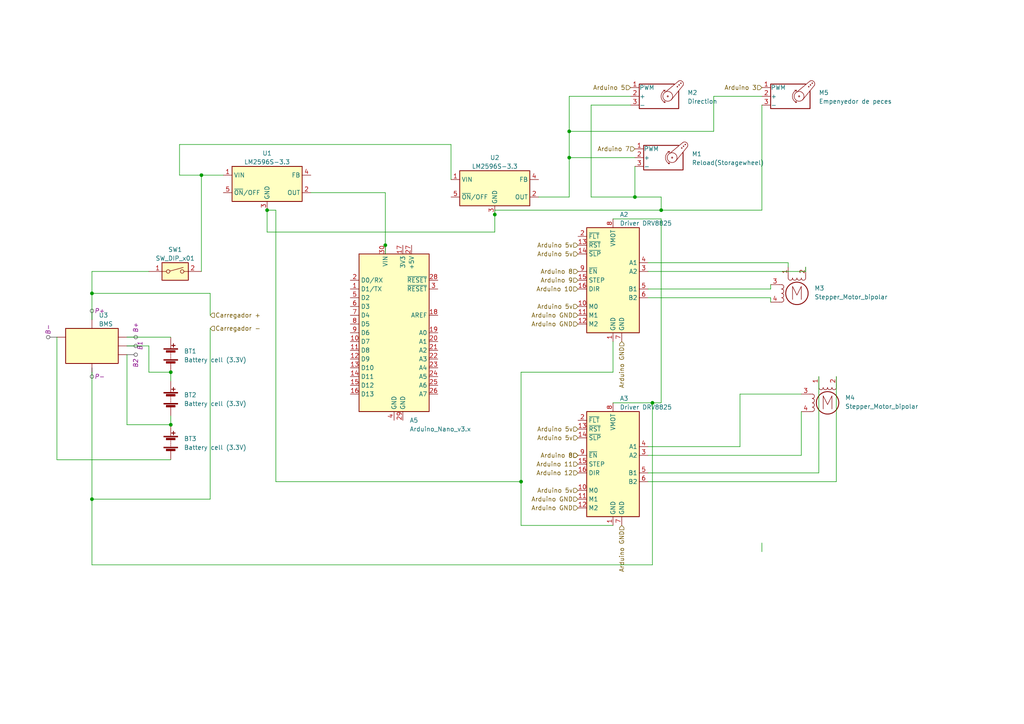
<source format=kicad_sch>
(kicad_sch (version 20230121) (generator eeschema)

  (uuid 16c54a26-176d-4b93-9a85-120843d7e685)

  (paper "A4")

  (lib_symbols
    (symbol "Device:Battery" (pin_numbers hide) (pin_names (offset 0) hide) (in_bom yes) (on_board yes)
      (property "Reference" "BT" (at 2.54 2.54 0)
        (effects (font (size 1.27 1.27)) (justify left))
      )
      (property "Value" "Battery" (at 2.54 0 0)
        (effects (font (size 1.27 1.27)) (justify left))
      )
      (property "Footprint" "" (at 0 1.524 90)
        (effects (font (size 1.27 1.27)) hide)
      )
      (property "Datasheet" "~" (at 0 1.524 90)
        (effects (font (size 1.27 1.27)) hide)
      )
      (property "ki_keywords" "batt voltage-source cell" (at 0 0 0)
        (effects (font (size 1.27 1.27)) hide)
      )
      (property "ki_description" "Multiple-cell battery" (at 0 0 0)
        (effects (font (size 1.27 1.27)) hide)
      )
      (symbol "Battery_0_1"
        (rectangle (start -2.032 -1.397) (end 2.032 -1.651)
          (stroke (width 0) (type default))
          (fill (type outline))
        )
        (rectangle (start -2.032 1.778) (end 2.032 1.524)
          (stroke (width 0) (type default))
          (fill (type outline))
        )
        (rectangle (start -1.3208 -1.9812) (end 1.27 -2.4892)
          (stroke (width 0) (type default))
          (fill (type outline))
        )
        (rectangle (start -1.3208 1.1938) (end 1.27 0.6858)
          (stroke (width 0) (type default))
          (fill (type outline))
        )
        (polyline
          (pts
            (xy 0 -1.524)
            (xy 0 -1.27)
          )
          (stroke (width 0) (type default))
          (fill (type none))
        )
        (polyline
          (pts
            (xy 0 -1.016)
            (xy 0 -0.762)
          )
          (stroke (width 0) (type default))
          (fill (type none))
        )
        (polyline
          (pts
            (xy 0 -0.508)
            (xy 0 -0.254)
          )
          (stroke (width 0) (type default))
          (fill (type none))
        )
        (polyline
          (pts
            (xy 0 0)
            (xy 0 0.254)
          )
          (stroke (width 0) (type default))
          (fill (type none))
        )
        (polyline
          (pts
            (xy 0 0.508)
            (xy 0 0.762)
          )
          (stroke (width 0) (type default))
          (fill (type none))
        )
        (polyline
          (pts
            (xy 0 1.778)
            (xy 0 2.54)
          )
          (stroke (width 0) (type default))
          (fill (type none))
        )
        (polyline
          (pts
            (xy 0.254 2.667)
            (xy 1.27 2.667)
          )
          (stroke (width 0.254) (type default))
          (fill (type none))
        )
        (polyline
          (pts
            (xy 0.762 3.175)
            (xy 0.762 2.159)
          )
          (stroke (width 0.254) (type default))
          (fill (type none))
        )
      )
      (symbol "Battery_1_1"
        (pin passive line (at 0 5.08 270) (length 2.54)
          (name "+" (effects (font (size 1.27 1.27))))
          (number "1" (effects (font (size 1.27 1.27))))
        )
        (pin passive line (at 0 -5.08 90) (length 2.54)
          (name "-" (effects (font (size 1.27 1.27))))
          (number "2" (effects (font (size 1.27 1.27))))
        )
      )
    )
    (symbol "Driver_Motor:Pololu_Breakout_DRV8825" (in_bom yes) (on_board yes)
      (property "Reference" "A" (at -2.54 16.51 0)
        (effects (font (size 1.27 1.27)) (justify right))
      )
      (property "Value" "Pololu_Breakout_DRV8825" (at -2.54 13.97 0)
        (effects (font (size 1.27 1.27)) (justify right))
      )
      (property "Footprint" "Module:Pololu_Breakout-16_15.2x20.3mm" (at 5.08 -20.32 0)
        (effects (font (size 1.27 1.27)) (justify left) hide)
      )
      (property "Datasheet" "https://www.pololu.com/product/2982" (at 2.54 -7.62 0)
        (effects (font (size 1.27 1.27)) hide)
      )
      (property "ki_keywords" "Pololu Breakout Board Stepper Driver DRV8825" (at 0 0 0)
        (effects (font (size 1.27 1.27)) hide)
      )
      (property "ki_description" "Pololu Breakout Board, Stepper Driver DRV8825" (at 0 0 0)
        (effects (font (size 1.27 1.27)) hide)
      )
      (property "ki_fp_filters" "Pololu*Breakout*15.2x20.3mm*" (at 0 0 0)
        (effects (font (size 1.27 1.27)) hide)
      )
      (symbol "Pololu_Breakout_DRV8825_0_1"
        (rectangle (start 7.62 -17.78) (end -7.62 12.7)
          (stroke (width 0.254) (type default))
          (fill (type background))
        )
      )
      (symbol "Pololu_Breakout_DRV8825_1_1"
        (pin power_in line (at 0 -20.32 90) (length 2.54)
          (name "GND" (effects (font (size 1.27 1.27))))
          (number "1" (effects (font (size 1.27 1.27))))
        )
        (pin input line (at -10.16 -10.16 0) (length 2.54)
          (name "M0" (effects (font (size 1.27 1.27))))
          (number "10" (effects (font (size 1.27 1.27))))
        )
        (pin input line (at -10.16 -12.7 0) (length 2.54)
          (name "M1" (effects (font (size 1.27 1.27))))
          (number "11" (effects (font (size 1.27 1.27))))
        )
        (pin input line (at -10.16 -15.24 0) (length 2.54)
          (name "M2" (effects (font (size 1.27 1.27))))
          (number "12" (effects (font (size 1.27 1.27))))
        )
        (pin input line (at -10.16 7.62 0) (length 2.54)
          (name "~{RST}" (effects (font (size 1.27 1.27))))
          (number "13" (effects (font (size 1.27 1.27))))
        )
        (pin input line (at -10.16 5.08 0) (length 2.54)
          (name "~{SLP}" (effects (font (size 1.27 1.27))))
          (number "14" (effects (font (size 1.27 1.27))))
        )
        (pin input line (at -10.16 -2.54 0) (length 2.54)
          (name "STEP" (effects (font (size 1.27 1.27))))
          (number "15" (effects (font (size 1.27 1.27))))
        )
        (pin input line (at -10.16 -5.08 0) (length 2.54)
          (name "DIR" (effects (font (size 1.27 1.27))))
          (number "16" (effects (font (size 1.27 1.27))))
        )
        (pin output line (at -10.16 10.16 0) (length 2.54)
          (name "~{FLT}" (effects (font (size 1.27 1.27))))
          (number "2" (effects (font (size 1.27 1.27))))
        )
        (pin output line (at 10.16 0 180) (length 2.54)
          (name "A2" (effects (font (size 1.27 1.27))))
          (number "3" (effects (font (size 1.27 1.27))))
        )
        (pin output line (at 10.16 2.54 180) (length 2.54)
          (name "A1" (effects (font (size 1.27 1.27))))
          (number "4" (effects (font (size 1.27 1.27))))
        )
        (pin output line (at 10.16 -5.08 180) (length 2.54)
          (name "B1" (effects (font (size 1.27 1.27))))
          (number "5" (effects (font (size 1.27 1.27))))
        )
        (pin output line (at 10.16 -7.62 180) (length 2.54)
          (name "B2" (effects (font (size 1.27 1.27))))
          (number "6" (effects (font (size 1.27 1.27))))
        )
        (pin power_in line (at 2.54 -20.32 90) (length 2.54)
          (name "GND" (effects (font (size 1.27 1.27))))
          (number "7" (effects (font (size 1.27 1.27))))
        )
        (pin power_in line (at 0 15.24 270) (length 2.54)
          (name "VMOT" (effects (font (size 1.27 1.27))))
          (number "8" (effects (font (size 1.27 1.27))))
        )
        (pin input line (at -10.16 0 0) (length 2.54)
          (name "~{EN}" (effects (font (size 1.27 1.27))))
          (number "9" (effects (font (size 1.27 1.27))))
        )
      )
    )
    (symbol "MCU_Module:Arduino_Nano_v3.x" (in_bom yes) (on_board yes)
      (property "Reference" "A" (at -10.16 23.495 0)
        (effects (font (size 1.27 1.27)) (justify left bottom))
      )
      (property "Value" "Arduino_Nano_v3.x" (at 5.08 -24.13 0)
        (effects (font (size 1.27 1.27)) (justify left top))
      )
      (property "Footprint" "Module:Arduino_Nano" (at 0 0 0)
        (effects (font (size 1.27 1.27) italic) hide)
      )
      (property "Datasheet" "http://www.mouser.com/pdfdocs/Gravitech_Arduino_Nano3_0.pdf" (at 0 0 0)
        (effects (font (size 1.27 1.27)) hide)
      )
      (property "ki_keywords" "Arduino nano microcontroller module USB" (at 0 0 0)
        (effects (font (size 1.27 1.27)) hide)
      )
      (property "ki_description" "Arduino Nano v3.x" (at 0 0 0)
        (effects (font (size 1.27 1.27)) hide)
      )
      (property "ki_fp_filters" "Arduino*Nano*" (at 0 0 0)
        (effects (font (size 1.27 1.27)) hide)
      )
      (symbol "Arduino_Nano_v3.x_0_1"
        (rectangle (start -10.16 22.86) (end 10.16 -22.86)
          (stroke (width 0.254) (type default))
          (fill (type background))
        )
      )
      (symbol "Arduino_Nano_v3.x_1_1"
        (pin bidirectional line (at -12.7 12.7 0) (length 2.54)
          (name "D1/TX" (effects (font (size 1.27 1.27))))
          (number "1" (effects (font (size 1.27 1.27))))
        )
        (pin bidirectional line (at -12.7 -2.54 0) (length 2.54)
          (name "D7" (effects (font (size 1.27 1.27))))
          (number "10" (effects (font (size 1.27 1.27))))
        )
        (pin bidirectional line (at -12.7 -5.08 0) (length 2.54)
          (name "D8" (effects (font (size 1.27 1.27))))
          (number "11" (effects (font (size 1.27 1.27))))
        )
        (pin bidirectional line (at -12.7 -7.62 0) (length 2.54)
          (name "D9" (effects (font (size 1.27 1.27))))
          (number "12" (effects (font (size 1.27 1.27))))
        )
        (pin bidirectional line (at -12.7 -10.16 0) (length 2.54)
          (name "D10" (effects (font (size 1.27 1.27))))
          (number "13" (effects (font (size 1.27 1.27))))
        )
        (pin bidirectional line (at -12.7 -12.7 0) (length 2.54)
          (name "D11" (effects (font (size 1.27 1.27))))
          (number "14" (effects (font (size 1.27 1.27))))
        )
        (pin bidirectional line (at -12.7 -15.24 0) (length 2.54)
          (name "D12" (effects (font (size 1.27 1.27))))
          (number "15" (effects (font (size 1.27 1.27))))
        )
        (pin bidirectional line (at -12.7 -17.78 0) (length 2.54)
          (name "D13" (effects (font (size 1.27 1.27))))
          (number "16" (effects (font (size 1.27 1.27))))
        )
        (pin power_out line (at 2.54 25.4 270) (length 2.54)
          (name "3V3" (effects (font (size 1.27 1.27))))
          (number "17" (effects (font (size 1.27 1.27))))
        )
        (pin input line (at 12.7 5.08 180) (length 2.54)
          (name "AREF" (effects (font (size 1.27 1.27))))
          (number "18" (effects (font (size 1.27 1.27))))
        )
        (pin bidirectional line (at 12.7 0 180) (length 2.54)
          (name "A0" (effects (font (size 1.27 1.27))))
          (number "19" (effects (font (size 1.27 1.27))))
        )
        (pin bidirectional line (at -12.7 15.24 0) (length 2.54)
          (name "D0/RX" (effects (font (size 1.27 1.27))))
          (number "2" (effects (font (size 1.27 1.27))))
        )
        (pin bidirectional line (at 12.7 -2.54 180) (length 2.54)
          (name "A1" (effects (font (size 1.27 1.27))))
          (number "20" (effects (font (size 1.27 1.27))))
        )
        (pin bidirectional line (at 12.7 -5.08 180) (length 2.54)
          (name "A2" (effects (font (size 1.27 1.27))))
          (number "21" (effects (font (size 1.27 1.27))))
        )
        (pin bidirectional line (at 12.7 -7.62 180) (length 2.54)
          (name "A3" (effects (font (size 1.27 1.27))))
          (number "22" (effects (font (size 1.27 1.27))))
        )
        (pin bidirectional line (at 12.7 -10.16 180) (length 2.54)
          (name "A4" (effects (font (size 1.27 1.27))))
          (number "23" (effects (font (size 1.27 1.27))))
        )
        (pin bidirectional line (at 12.7 -12.7 180) (length 2.54)
          (name "A5" (effects (font (size 1.27 1.27))))
          (number "24" (effects (font (size 1.27 1.27))))
        )
        (pin bidirectional line (at 12.7 -15.24 180) (length 2.54)
          (name "A6" (effects (font (size 1.27 1.27))))
          (number "25" (effects (font (size 1.27 1.27))))
        )
        (pin bidirectional line (at 12.7 -17.78 180) (length 2.54)
          (name "A7" (effects (font (size 1.27 1.27))))
          (number "26" (effects (font (size 1.27 1.27))))
        )
        (pin power_out line (at 5.08 25.4 270) (length 2.54)
          (name "+5V" (effects (font (size 1.27 1.27))))
          (number "27" (effects (font (size 1.27 1.27))))
        )
        (pin input line (at 12.7 15.24 180) (length 2.54)
          (name "~{RESET}" (effects (font (size 1.27 1.27))))
          (number "28" (effects (font (size 1.27 1.27))))
        )
        (pin power_in line (at 2.54 -25.4 90) (length 2.54)
          (name "GND" (effects (font (size 1.27 1.27))))
          (number "29" (effects (font (size 1.27 1.27))))
        )
        (pin input line (at 12.7 12.7 180) (length 2.54)
          (name "~{RESET}" (effects (font (size 1.27 1.27))))
          (number "3" (effects (font (size 1.27 1.27))))
        )
        (pin power_in line (at -2.54 25.4 270) (length 2.54)
          (name "VIN" (effects (font (size 1.27 1.27))))
          (number "30" (effects (font (size 1.27 1.27))))
        )
        (pin power_in line (at 0 -25.4 90) (length 2.54)
          (name "GND" (effects (font (size 1.27 1.27))))
          (number "4" (effects (font (size 1.27 1.27))))
        )
        (pin bidirectional line (at -12.7 10.16 0) (length 2.54)
          (name "D2" (effects (font (size 1.27 1.27))))
          (number "5" (effects (font (size 1.27 1.27))))
        )
        (pin bidirectional line (at -12.7 7.62 0) (length 2.54)
          (name "D3" (effects (font (size 1.27 1.27))))
          (number "6" (effects (font (size 1.27 1.27))))
        )
        (pin bidirectional line (at -12.7 5.08 0) (length 2.54)
          (name "D4" (effects (font (size 1.27 1.27))))
          (number "7" (effects (font (size 1.27 1.27))))
        )
        (pin bidirectional line (at -12.7 2.54 0) (length 2.54)
          (name "D5" (effects (font (size 1.27 1.27))))
          (number "8" (effects (font (size 1.27 1.27))))
        )
        (pin bidirectional line (at -12.7 0 0) (length 2.54)
          (name "D6" (effects (font (size 1.27 1.27))))
          (number "9" (effects (font (size 1.27 1.27))))
        )
      )
    )
    (symbol "Memory_EEPROM:93LCxxBxxOT" (pin_numbers hide) (pin_names hide) (in_bom yes) (on_board yes)
      (property "Reference" "U" (at -6.35 6.35 0)
        (effects (font (size 1.27 1.27)))
      )
      (property "Value" "93LCxxBxxOT" (at 7.62 -6.35 0)
        (effects (font (size 1.27 1.27)))
      )
      (property "Footprint" "Package_TO_SOT_SMD:SOT-23-6" (at 0 0 0)
        (effects (font (size 1.27 1.27)) hide)
      )
      (property "Datasheet" "http://ww1.microchip.com/downloads/en/DeviceDoc/20001749K.pdf" (at 0 0 0)
        (effects (font (size 1.27 1.27)) hide)
      )
      (property "ki_keywords" "1K Microwire Serial EEPROM" (at 0 0 0)
        (effects (font (size 1.27 1.27)) hide)
      )
      (property "ki_description" "Serial EEPROM, 93 Series, 2.5V, SOT-23-6" (at 0 0 0)
        (effects (font (size 1.27 1.27)) hide)
      )
      (property "ki_fp_filters" "SOT?23*" (at 0 0 0)
        (effects (font (size 1.27 1.27)) hide)
      )
      (symbol "93LCxxBxxOT_0_1"
        (rectangle (start -7.62 5.08) (end 7.62 -5.08)
          (stroke (width 0.254) (type default))
          (fill (type background))
        )
      )
      (symbol "93LCxxBxxOT_1_1"
        (pin tri_state line (at 10.16 -2.54 180) (length 2.54)
          (name "DO" (effects (font (size 1.27 1.27))))
          (number "1" (effects (font (size 1.27 1.27))))
        )
        (pin power_in line (at 0 -7.62 90) (length 2.54)
          (name "GND" (effects (font (size 1.27 1.27))))
          (number "2" (effects (font (size 1.27 1.27))))
        )
        (pin input line (at 10.16 0 180) (length 2.54)
          (name "DI" (effects (font (size 1.27 1.27))))
          (number "3" (effects (font (size 1.27 1.27))))
        )
        (pin input line (at 10.16 2.54 180) (length 2.54)
          (name "CLK" (effects (font (size 1.27 1.27))))
          (number "4" (effects (font (size 1.27 1.27))))
        )
        (pin input line (at -10.16 2.54 0) (length 2.54)
          (name "CS" (effects (font (size 1.27 1.27))))
          (number "5" (effects (font (size 1.27 1.27))))
        )
        (pin power_in line (at 0 7.62 270) (length 2.54)
          (name "VCC" (effects (font (size 1.27 1.27))))
          (number "6" (effects (font (size 1.27 1.27))))
        )
      )
    )
    (symbol "Motor:Motor_Servo" (pin_names (offset 0.0254)) (in_bom yes) (on_board yes)
      (property "Reference" "M" (at -5.08 4.445 0)
        (effects (font (size 1.27 1.27)) (justify left))
      )
      (property "Value" "Motor_Servo" (at -5.08 -4.064 0)
        (effects (font (size 1.27 1.27)) (justify left top))
      )
      (property "Footprint" "" (at 0 -4.826 0)
        (effects (font (size 1.27 1.27)) hide)
      )
      (property "Datasheet" "http://forums.parallax.com/uploads/attachments/46831/74481.png" (at 0 -4.826 0)
        (effects (font (size 1.27 1.27)) hide)
      )
      (property "ki_keywords" "Servo Motor" (at 0 0 0)
        (effects (font (size 1.27 1.27)) hide)
      )
      (property "ki_description" "Servo Motor (Futaba, HiTec, JR connector)" (at 0 0 0)
        (effects (font (size 1.27 1.27)) hide)
      )
      (property "ki_fp_filters" "PinHeader*P2.54mm*" (at 0 0 0)
        (effects (font (size 1.27 1.27)) hide)
      )
      (symbol "Motor_Servo_0_1"
        (polyline
          (pts
            (xy 2.413 -1.778)
            (xy 2.032 -1.778)
          )
          (stroke (width 0) (type default))
          (fill (type none))
        )
        (polyline
          (pts
            (xy 2.413 -1.778)
            (xy 2.286 -1.397)
          )
          (stroke (width 0) (type default))
          (fill (type none))
        )
        (polyline
          (pts
            (xy 2.413 1.778)
            (xy 1.905 1.778)
          )
          (stroke (width 0) (type default))
          (fill (type none))
        )
        (polyline
          (pts
            (xy 2.413 1.778)
            (xy 2.286 1.397)
          )
          (stroke (width 0) (type default))
          (fill (type none))
        )
        (polyline
          (pts
            (xy 6.35 4.445)
            (xy 2.54 1.27)
          )
          (stroke (width 0) (type default))
          (fill (type none))
        )
        (polyline
          (pts
            (xy 7.62 3.175)
            (xy 4.191 -1.016)
          )
          (stroke (width 0) (type default))
          (fill (type none))
        )
        (polyline
          (pts
            (xy 5.08 3.556)
            (xy -5.08 3.556)
            (xy -5.08 -3.556)
            (xy 6.35 -3.556)
            (xy 6.35 1.524)
          )
          (stroke (width 0.254) (type default))
          (fill (type none))
        )
        (arc (start 2.413 1.778) (mid 1.2406 0) (end 2.413 -1.778)
          (stroke (width 0) (type default))
          (fill (type none))
        )
        (circle (center 3.175 0) (radius 0.1778)
          (stroke (width 0) (type default))
          (fill (type none))
        )
        (circle (center 3.175 0) (radius 1.4224)
          (stroke (width 0) (type default))
          (fill (type none))
        )
        (circle (center 5.969 2.794) (radius 0.127)
          (stroke (width 0) (type default))
          (fill (type none))
        )
        (circle (center 6.477 3.302) (radius 0.127)
          (stroke (width 0) (type default))
          (fill (type none))
        )
        (circle (center 6.985 3.81) (radius 0.127)
          (stroke (width 0) (type default))
          (fill (type none))
        )
        (arc (start 7.62 3.175) (mid 7.4485 4.2735) (end 6.35 4.445)
          (stroke (width 0) (type default))
          (fill (type none))
        )
      )
      (symbol "Motor_Servo_1_1"
        (pin passive line (at -7.62 2.54 0) (length 2.54)
          (name "PWM" (effects (font (size 1.27 1.27))))
          (number "1" (effects (font (size 1.27 1.27))))
        )
        (pin passive line (at -7.62 0 0) (length 2.54)
          (name "+" (effects (font (size 1.27 1.27))))
          (number "2" (effects (font (size 1.27 1.27))))
        )
        (pin passive line (at -7.62 -2.54 0) (length 2.54)
          (name "-" (effects (font (size 1.27 1.27))))
          (number "3" (effects (font (size 1.27 1.27))))
        )
      )
    )
    (symbol "Motor:Stepper_Motor_bipolar" (pin_names (offset 0) hide) (in_bom yes) (on_board yes)
      (property "Reference" "M" (at 3.81 2.54 0)
        (effects (font (size 1.27 1.27)) (justify left))
      )
      (property "Value" "Stepper_Motor_bipolar" (at 3.81 1.27 0)
        (effects (font (size 1.27 1.27)) (justify left top))
      )
      (property "Footprint" "" (at 0.254 -0.254 0)
        (effects (font (size 1.27 1.27)) hide)
      )
      (property "Datasheet" "http://www.infineon.com/dgdl/Application-Note-TLE8110EE_driving_UniPolarStepperMotor_V1.1.pdf?fileId=db3a30431be39b97011be5d0aa0a00b0" (at 0.254 -0.254 0)
        (effects (font (size 1.27 1.27)) hide)
      )
      (property "ki_keywords" "bipolar stepper motor" (at 0 0 0)
        (effects (font (size 1.27 1.27)) hide)
      )
      (property "ki_description" "4-wire bipolar stepper motor" (at 0 0 0)
        (effects (font (size 1.27 1.27)) hide)
      )
      (property "ki_fp_filters" "PinHeader*P2.54mm*Vertical* TerminalBlock* Motor*" (at 0 0 0)
        (effects (font (size 1.27 1.27)) hide)
      )
      (symbol "Stepper_Motor_bipolar_0_0"
        (polyline
          (pts
            (xy -1.27 -1.778)
            (xy -1.27 2.032)
            (xy 0 -0.508)
            (xy 1.27 2.032)
            (xy 1.27 -1.778)
          )
          (stroke (width 0) (type default))
          (fill (type none))
        )
      )
      (symbol "Stepper_Motor_bipolar_0_1"
        (arc (start -4.445 -2.54) (mid -3.8127 -1.905) (end -4.445 -1.27)
          (stroke (width 0) (type default))
          (fill (type none))
        )
        (arc (start -4.445 -1.27) (mid -3.8127 -0.635) (end -4.445 0)
          (stroke (width 0) (type default))
          (fill (type none))
        )
        (arc (start -4.445 0) (mid -3.8127 0.635) (end -4.445 1.27)
          (stroke (width 0) (type default))
          (fill (type none))
        )
        (arc (start -4.445 1.27) (mid -3.8127 1.905) (end -4.445 2.54)
          (stroke (width 0) (type default))
          (fill (type none))
        )
        (arc (start -2.54 4.445) (mid -1.905 3.8127) (end -1.27 4.445)
          (stroke (width 0) (type default))
          (fill (type none))
        )
        (arc (start -1.27 4.445) (mid -0.635 3.8127) (end 0 4.445)
          (stroke (width 0) (type default))
          (fill (type none))
        )
        (polyline
          (pts
            (xy -5.08 -2.54)
            (xy -4.445 -2.54)
          )
          (stroke (width 0) (type default))
          (fill (type none))
        )
        (polyline
          (pts
            (xy -5.08 2.54)
            (xy -4.445 2.54)
          )
          (stroke (width 0) (type default))
          (fill (type none))
        )
        (polyline
          (pts
            (xy -2.54 5.08)
            (xy -2.54 4.445)
          )
          (stroke (width 0) (type default))
          (fill (type none))
        )
        (polyline
          (pts
            (xy 2.54 5.08)
            (xy 2.54 4.445)
          )
          (stroke (width 0) (type default))
          (fill (type none))
        )
        (circle (center 0 0) (radius 3.2512)
          (stroke (width 0.254) (type default))
          (fill (type none))
        )
        (arc (start 0 4.445) (mid 0.635 3.8127) (end 1.27 4.445)
          (stroke (width 0) (type default))
          (fill (type none))
        )
        (arc (start 1.27 4.445) (mid 1.905 3.8127) (end 2.54 4.445)
          (stroke (width 0) (type default))
          (fill (type none))
        )
      )
      (symbol "Stepper_Motor_bipolar_1_1"
        (pin passive line (at -2.54 7.62 270) (length 2.54)
          (name "~" (effects (font (size 1.27 1.27))))
          (number "1" (effects (font (size 1.27 1.27))))
        )
        (pin passive line (at 2.54 7.62 270) (length 2.54)
          (name "-" (effects (font (size 1.27 1.27))))
          (number "2" (effects (font (size 1.27 1.27))))
        )
        (pin passive line (at -7.62 2.54 0) (length 2.54)
          (name "~" (effects (font (size 1.27 1.27))))
          (number "3" (effects (font (size 1.27 1.27))))
        )
        (pin passive line (at -7.62 -2.54 0) (length 2.54)
          (name "~" (effects (font (size 1.27 1.27))))
          (number "4" (effects (font (size 1.27 1.27))))
        )
      )
    )
    (symbol "Regulator_Switching:LM2596S-3.3" (in_bom yes) (on_board yes)
      (property "Reference" "U" (at -10.16 6.35 0)
        (effects (font (size 1.27 1.27)) (justify left))
      )
      (property "Value" "LM2596S-3.3" (at 0 6.35 0)
        (effects (font (size 1.27 1.27)) (justify left))
      )
      (property "Footprint" "Package_TO_SOT_SMD:TO-263-5_TabPin3" (at 1.27 -6.35 0)
        (effects (font (size 1.27 1.27) italic) (justify left) hide)
      )
      (property "Datasheet" "http://www.ti.com/lit/ds/symlink/lm2596.pdf" (at 0 0 0)
        (effects (font (size 1.27 1.27)) hide)
      )
      (property "ki_keywords" "Step-Down Voltage Regulator 3.3V 3A" (at 0 0 0)
        (effects (font (size 1.27 1.27)) hide)
      )
      (property "ki_description" "3.3V 3A Step-Down Voltage Regulator, TO-263" (at 0 0 0)
        (effects (font (size 1.27 1.27)) hide)
      )
      (property "ki_fp_filters" "TO?263*" (at 0 0 0)
        (effects (font (size 1.27 1.27)) hide)
      )
      (symbol "LM2596S-3.3_0_1"
        (rectangle (start -10.16 5.08) (end 10.16 -5.08)
          (stroke (width 0.254) (type default))
          (fill (type background))
        )
      )
      (symbol "LM2596S-3.3_1_1"
        (pin power_in line (at -12.7 2.54 0) (length 2.54)
          (name "VIN" (effects (font (size 1.27 1.27))))
          (number "1" (effects (font (size 1.27 1.27))))
        )
        (pin output line (at 12.7 -2.54 180) (length 2.54)
          (name "OUT" (effects (font (size 1.27 1.27))))
          (number "2" (effects (font (size 1.27 1.27))))
        )
        (pin power_in line (at 0 -7.62 90) (length 2.54)
          (name "GND" (effects (font (size 1.27 1.27))))
          (number "3" (effects (font (size 1.27 1.27))))
        )
        (pin input line (at 12.7 2.54 180) (length 2.54)
          (name "FB" (effects (font (size 1.27 1.27))))
          (number "4" (effects (font (size 1.27 1.27))))
        )
        (pin input line (at -12.7 -2.54 0) (length 2.54)
          (name "~{ON}/OFF" (effects (font (size 1.27 1.27))))
          (number "5" (effects (font (size 1.27 1.27))))
        )
      )
    )
    (symbol "Switch:SW_DIP_x01" (pin_names (offset 0) hide) (in_bom yes) (on_board yes)
      (property "Reference" "SW" (at 0 3.81 0)
        (effects (font (size 1.27 1.27)))
      )
      (property "Value" "SW_DIP_x01" (at 0 -3.81 0)
        (effects (font (size 1.27 1.27)))
      )
      (property "Footprint" "" (at 0 0 0)
        (effects (font (size 1.27 1.27)) hide)
      )
      (property "Datasheet" "~" (at 0 0 0)
        (effects (font (size 1.27 1.27)) hide)
      )
      (property "ki_keywords" "dip switch" (at 0 0 0)
        (effects (font (size 1.27 1.27)) hide)
      )
      (property "ki_description" "1x DIP Switch, Single Pole Single Throw (SPST) switch, small symbol" (at 0 0 0)
        (effects (font (size 1.27 1.27)) hide)
      )
      (property "ki_fp_filters" "SW?DIP?x1*" (at 0 0 0)
        (effects (font (size 1.27 1.27)) hide)
      )
      (symbol "SW_DIP_x01_0_0"
        (circle (center -2.032 0) (radius 0.508)
          (stroke (width 0) (type default))
          (fill (type none))
        )
        (polyline
          (pts
            (xy -1.524 0.127)
            (xy 2.3622 1.1684)
          )
          (stroke (width 0) (type default))
          (fill (type none))
        )
        (circle (center 2.032 0) (radius 0.508)
          (stroke (width 0) (type default))
          (fill (type none))
        )
      )
      (symbol "SW_DIP_x01_0_1"
        (rectangle (start -3.81 2.54) (end 3.81 -2.54)
          (stroke (width 0.254) (type default))
          (fill (type background))
        )
      )
      (symbol "SW_DIP_x01_1_1"
        (pin passive line (at -7.62 0 0) (length 5.08)
          (name "~" (effects (font (size 1.27 1.27))))
          (number "1" (effects (font (size 1.27 1.27))))
        )
        (pin passive line (at 7.62 0 180) (length 5.08)
          (name "~" (effects (font (size 1.27 1.27))))
          (number "2" (effects (font (size 1.27 1.27))))
        )
      )
    )
  )

  (junction (at 165.1 38.1) (diameter 0) (color 0 0 0 0)
    (uuid 0689519b-1408-49a3-9a70-1278e9321620)
  )
  (junction (at 111.76 71.12) (diameter 0) (color 0 0 0 0)
    (uuid 2e9bd20d-e4b4-4ab3-85fe-c1fcf0a95a76)
  )
  (junction (at 49.53 123.19) (diameter 0) (color 0 0 0 0)
    (uuid 33bcb212-654c-4265-b03b-09a62d61aeb6)
  )
  (junction (at 184.15 57.15) (diameter 0) (color 0 0 0 0)
    (uuid 39ac49ac-08a0-48b6-8546-2c2cb07be6e7)
  )
  (junction (at 77.47 60.96) (diameter 0) (color 0 0 0 0)
    (uuid 3c6f4530-cfcb-4903-bc18-f41c7e754d32)
  )
  (junction (at 189.23 116.84) (diameter 0) (color 0 0 0 0)
    (uuid 416c35e8-226a-434a-a12d-86d599e62506)
  )
  (junction (at 58.42 50.8) (diameter 0) (color 0 0 0 0)
    (uuid 9770de2a-cedb-4272-8a64-22cbf58b432f)
  )
  (junction (at 49.53 107.95) (diameter 0) (color 0 0 0 0)
    (uuid a303c52d-9b20-4d2a-94f0-c3cbe4e58668)
  )
  (junction (at 26.67 85.09) (diameter 0) (color 0 0 0 0)
    (uuid c84074c8-91a6-4dcd-85c4-cd328eebf5e9)
  )
  (junction (at 26.67 144.78) (diameter 0) (color 0 0 0 0)
    (uuid cdd21b0a-1091-49ae-ad15-6bbabaa5fe30)
  )
  (junction (at 151.13 139.7) (diameter 0) (color 0 0 0 0)
    (uuid d826bb0e-097b-44e8-896b-5dbcfa87bec2)
  )
  (junction (at 165.1 45.72) (diameter 0) (color 0 0 0 0)
    (uuid de03b3c9-7cd7-4aee-b360-bcfffc01e13b)
  )
  (junction (at 143.51 62.23) (diameter 0) (color 0 0 0 0)
    (uuid ef1aa3b8-b5bb-4799-a8cf-4af55adf3678)
  )
  (junction (at 191.77 60.96) (diameter 0) (color 0 0 0 0)
    (uuid fc7d99d1-5ffc-447a-9a0e-bceaa55c39ef)
  )

  (wire (pts (xy 214.63 114.3) (xy 232.41 114.3))
    (stroke (width 0) (type default))
    (uuid 0168b5db-847f-4cde-a165-a7d89cd9ef57)
  )
  (wire (pts (xy 26.67 107.95) (xy 26.67 144.78))
    (stroke (width 0) (type default))
    (uuid 01f05773-8d91-40e7-b0b4-8d67429b57af)
  )
  (wire (pts (xy 189.23 116.84) (xy 189.23 163.83))
    (stroke (width 0) (type default))
    (uuid 041b454a-5a33-49cf-a48a-f95d85d4be44)
  )
  (wire (pts (xy 36.83 102.87) (xy 36.83 123.19))
    (stroke (width 0) (type default))
    (uuid 042b4195-2ed3-4ed6-976c-3abe72482f71)
  )
  (wire (pts (xy 182.88 27.94) (xy 165.1 27.94))
    (stroke (width 0) (type default))
    (uuid 084b261e-0484-45a5-9ceb-467ef70e248f)
  )
  (wire (pts (xy 26.67 144.78) (xy 26.67 163.83))
    (stroke (width 0) (type default))
    (uuid 0ae5e002-f442-4780-bb30-d1b99e7518ed)
  )
  (wire (pts (xy 16.51 97.79) (xy 16.51 133.35))
    (stroke (width 0) (type default))
    (uuid 0ca41290-14ad-454d-89b6-48420c7b7c08)
  )
  (wire (pts (xy 187.96 129.54) (xy 214.63 129.54))
    (stroke (width 0) (type default))
    (uuid 0ded41f3-d606-40db-bae4-cdd9693784b4)
  )
  (wire (pts (xy 60.96 144.78) (xy 26.67 144.78))
    (stroke (width 0) (type default))
    (uuid 0eb10eda-83e1-482c-8f4f-d073248e0a91)
  )
  (wire (pts (xy 143.51 67.31) (xy 143.51 62.23))
    (stroke (width 0) (type default))
    (uuid 1139f7ea-198f-49d8-a007-c6f0b33e2b15)
  )
  (wire (pts (xy 52.07 41.91) (xy 130.81 41.91))
    (stroke (width 0) (type default))
    (uuid 17d8b9ce-9f6f-4354-8520-09e5d2aad2f2)
  )
  (wire (pts (xy 184.15 48.26) (xy 184.15 57.15))
    (stroke (width 0) (type default))
    (uuid 1def00c0-5115-4431-88a9-c4c1c8f0ef7a)
  )
  (wire (pts (xy 58.42 50.8) (xy 64.77 50.8))
    (stroke (width 0) (type default))
    (uuid 1eb88b4b-b27d-4ea0-ae06-801182785aad)
  )
  (wire (pts (xy 242.57 139.7) (xy 242.57 109.22))
    (stroke (width 0) (type default))
    (uuid 252e663e-7821-47f6-ae42-fda89d6ff347)
  )
  (wire (pts (xy 111.76 55.88) (xy 111.76 71.12))
    (stroke (width 0) (type default))
    (uuid 299cd264-bcc5-42fd-9cce-323b782c3fd6)
  )
  (wire (pts (xy 130.81 41.91) (xy 130.81 52.07))
    (stroke (width 0) (type default))
    (uuid 2c583bc0-6a36-4a26-8a02-9a3d2c16c420)
  )
  (wire (pts (xy 36.83 97.79) (xy 49.53 97.79))
    (stroke (width 0) (type default))
    (uuid 2c9e3a76-d201-4816-95dc-cd6a95b11186)
  )
  (wire (pts (xy 77.47 60.96) (xy 77.47 67.31))
    (stroke (width 0) (type default))
    (uuid 33d3ce7a-4487-4e5b-9ca6-6834d693553d)
  )
  (wire (pts (xy 171.45 30.48) (xy 171.45 57.15))
    (stroke (width 0) (type default))
    (uuid 36dc5675-f604-4349-8d3a-5697d0cc2c4e)
  )
  (wire (pts (xy 111.76 71.12) (xy 111.76 73.66))
    (stroke (width 0) (type default))
    (uuid 37fb70ad-14b1-47ae-b5a7-d764fe566f30)
  )
  (wire (pts (xy 165.1 45.72) (xy 184.15 45.72))
    (stroke (width 0) (type default))
    (uuid 3a3ff58b-96f3-4a83-9c27-f2d2cc375eec)
  )
  (wire (pts (xy 58.42 50.8) (xy 58.42 78.74))
    (stroke (width 0) (type default))
    (uuid 3c0c5764-7c73-449a-92f6-b2c706078485)
  )
  (wire (pts (xy 220.98 30.48) (xy 220.98 60.96))
    (stroke (width 0) (type default))
    (uuid 3d07dae7-bf9c-4d16-aa32-8f44c9547dcc)
  )
  (wire (pts (xy 156.21 57.15) (xy 165.1 57.15))
    (stroke (width 0) (type default))
    (uuid 40f62d44-5ded-4eec-af8c-f971e7fdb4ed)
  )
  (wire (pts (xy 187.96 139.7) (xy 242.57 139.7))
    (stroke (width 0) (type default))
    (uuid 4155000e-31a3-4dc6-8a54-5eaeffa4d3e0)
  )
  (wire (pts (xy 60.96 85.09) (xy 26.67 85.09))
    (stroke (width 0) (type default))
    (uuid 416b0540-7c7e-4acc-a42b-e1066d0cf8e6)
  )
  (wire (pts (xy 49.53 107.95) (xy 49.53 110.49))
    (stroke (width 0) (type default))
    (uuid 4798364b-e7b1-466e-8aea-132dbb147dbd)
  )
  (wire (pts (xy 151.13 152.4) (xy 177.8 152.4))
    (stroke (width 0) (type default))
    (uuid 4805370f-3a6a-48da-9db7-abe51b0bbeb6)
  )
  (wire (pts (xy 182.88 30.48) (xy 171.45 30.48))
    (stroke (width 0) (type default))
    (uuid 4c8a5e60-2842-4d64-863a-b9fb54b31203)
  )
  (wire (pts (xy 26.67 78.74) (xy 43.18 78.74))
    (stroke (width 0) (type default))
    (uuid 4d0283f7-958e-441b-a7ae-b364ed900a4a)
  )
  (wire (pts (xy 80.01 139.7) (xy 151.13 139.7))
    (stroke (width 0) (type default))
    (uuid 4ed263ca-5f42-4ae3-be70-2b729c713a73)
  )
  (wire (pts (xy 165.1 38.1) (xy 165.1 45.72))
    (stroke (width 0) (type default))
    (uuid 5c31728f-0b3d-4d1b-ad9d-3cceec876598)
  )
  (wire (pts (xy 52.07 41.91) (xy 52.07 50.8))
    (stroke (width 0) (type default))
    (uuid 5ce27cd2-4559-44bd-9160-b049107bcb22)
  )
  (wire (pts (xy 228.6 76.2) (xy 228.6 77.47))
    (stroke (width 0) (type default))
    (uuid 63ccf985-c5bc-4c16-bd1a-bafecad10882)
  )
  (wire (pts (xy 165.1 27.94) (xy 165.1 38.1))
    (stroke (width 0) (type default))
    (uuid 65244767-8a26-44f9-a942-ede920dbf02d)
  )
  (wire (pts (xy 143.51 60.96) (xy 143.51 62.23))
    (stroke (width 0) (type default))
    (uuid 680fae92-fc27-4eaf-95cb-9e4dd2b686d2)
  )
  (wire (pts (xy 187.96 86.36) (xy 223.52 86.36))
    (stroke (width 0) (type default))
    (uuid 6b73822a-fb89-4d01-8bd3-697991f32f88)
  )
  (wire (pts (xy 58.42 50.8) (xy 52.07 50.8))
    (stroke (width 0) (type default))
    (uuid 6c1e8485-64f6-4374-b231-51dd89bc0190)
  )
  (wire (pts (xy 187.96 78.74) (xy 233.68 78.74))
    (stroke (width 0) (type default))
    (uuid 6e71c9d8-734e-4765-9141-10cfb2dac7aa)
  )
  (wire (pts (xy 43.18 107.95) (xy 49.53 107.95))
    (stroke (width 0) (type default))
    (uuid 84868984-2045-4b43-b873-b491f0e6c0b0)
  )
  (wire (pts (xy 187.96 132.08) (xy 232.41 132.08))
    (stroke (width 0) (type default))
    (uuid 87a122f9-3e7f-406c-a9b3-3d5118837a59)
  )
  (wire (pts (xy 177.8 63.5) (xy 191.77 63.5))
    (stroke (width 0) (type default))
    (uuid 87cbe23f-93f5-45d4-80b5-268957a69270)
  )
  (wire (pts (xy 26.67 163.83) (xy 189.23 163.83))
    (stroke (width 0) (type default))
    (uuid 87fad579-eba4-495c-9bb3-0e6704f64670)
  )
  (wire (pts (xy 220.98 157.48) (xy 220.98 160.02))
    (stroke (width 0) (type default))
    (uuid 9024e10e-4701-4b03-992e-abe2de19b365)
  )
  (wire (pts (xy 36.83 100.33) (xy 43.18 100.33))
    (stroke (width 0) (type default))
    (uuid 913e41ec-3c7b-4767-bc96-63a2f35103be)
  )
  (wire (pts (xy 184.15 57.15) (xy 171.45 57.15))
    (stroke (width 0) (type default))
    (uuid 92a996e6-3fb3-4982-9c4c-203595013e23)
  )
  (wire (pts (xy 151.13 152.4) (xy 151.13 139.7))
    (stroke (width 0) (type default))
    (uuid 95184750-a349-4260-9f20-84dfbf8c1255)
  )
  (wire (pts (xy 26.67 78.74) (xy 26.67 85.09))
    (stroke (width 0) (type default))
    (uuid 977c0e06-ab5a-4788-aef3-66d27fc698a1)
  )
  (wire (pts (xy 49.53 120.65) (xy 49.53 123.19))
    (stroke (width 0) (type default))
    (uuid 97f0ec73-c35d-4a84-82c7-c2f0b4ddc609)
  )
  (wire (pts (xy 177.8 107.95) (xy 151.13 107.95))
    (stroke (width 0) (type default))
    (uuid 9da57116-f0cb-4e7a-9f2d-ccca4c7aed29)
  )
  (wire (pts (xy 90.17 55.88) (xy 111.76 55.88))
    (stroke (width 0) (type default))
    (uuid a265ccdd-67bd-4de1-aa8d-8f5989a9614f)
  )
  (wire (pts (xy 16.51 133.35) (xy 49.53 133.35))
    (stroke (width 0) (type default))
    (uuid a89feeef-eb6b-469a-99a2-a18a9a69a608)
  )
  (wire (pts (xy 233.68 78.74) (xy 233.68 77.47))
    (stroke (width 0) (type default))
    (uuid ab090b56-d6d7-46f6-b9d0-606711abc29e)
  )
  (wire (pts (xy 223.52 83.82) (xy 223.52 82.55))
    (stroke (width 0) (type default))
    (uuid ab69610a-bc52-4085-8350-52f609a9050b)
  )
  (wire (pts (xy 187.96 83.82) (xy 223.52 83.82))
    (stroke (width 0) (type default))
    (uuid abff2c61-ad15-4dd4-ae2c-73fbffeaa6b8)
  )
  (wire (pts (xy 187.96 137.16) (xy 237.49 137.16))
    (stroke (width 0) (type default))
    (uuid af0c44ae-ba1f-40c1-b1f6-f070dc5e80c6)
  )
  (wire (pts (xy 43.18 100.33) (xy 43.18 107.95))
    (stroke (width 0) (type default))
    (uuid af1ad39d-69f3-47d1-a523-7564ae07895d)
  )
  (wire (pts (xy 143.51 60.96) (xy 191.77 60.96))
    (stroke (width 0) (type default))
    (uuid b073fba6-3d82-41c1-a139-66f42ae44ecc)
  )
  (wire (pts (xy 60.96 91.44) (xy 60.96 85.09))
    (stroke (width 0) (type default))
    (uuid b18c4e93-28e9-4fba-b2df-1533daf31259)
  )
  (wire (pts (xy 189.23 116.84) (xy 191.77 116.84))
    (stroke (width 0) (type default))
    (uuid b2522272-735d-441d-9a11-eb62d8f5517e)
  )
  (wire (pts (xy 214.63 114.3) (xy 214.63 129.54))
    (stroke (width 0) (type default))
    (uuid b2ed1671-0780-470d-97d1-092346641d56)
  )
  (wire (pts (xy 191.77 57.15) (xy 191.77 60.96))
    (stroke (width 0) (type default))
    (uuid b598bdab-939a-48df-ae36-e95c8631f8da)
  )
  (wire (pts (xy 26.67 85.09) (xy 26.67 92.71))
    (stroke (width 0) (type default))
    (uuid b6ed2d16-e264-4d45-a83e-0fe162062d2d)
  )
  (wire (pts (xy 165.1 45.72) (xy 165.1 57.15))
    (stroke (width 0) (type default))
    (uuid b76c87da-7ac8-4574-bb1b-da147b944274)
  )
  (wire (pts (xy 187.96 76.2) (xy 228.6 76.2))
    (stroke (width 0) (type default))
    (uuid b94a1ad3-22c3-460c-87ed-5489c773fc94)
  )
  (wire (pts (xy 207.01 27.94) (xy 207.01 38.1))
    (stroke (width 0) (type default))
    (uuid c2bf8bb5-eeee-40d7-a0b1-0d00250401f6)
  )
  (wire (pts (xy 232.41 132.08) (xy 232.41 119.38))
    (stroke (width 0) (type default))
    (uuid ca5053d9-71be-41dd-ac38-c0a6e80bd71b)
  )
  (wire (pts (xy 80.01 60.96) (xy 80.01 139.7))
    (stroke (width 0) (type default))
    (uuid caf65eb6-ecdc-467d-91e9-16b27e19cdc9)
  )
  (wire (pts (xy 36.83 123.19) (xy 49.53 123.19))
    (stroke (width 0) (type default))
    (uuid ce32ace6-c6e7-4a99-b4a5-c058f8ab8612)
  )
  (wire (pts (xy 77.47 67.31) (xy 143.51 67.31))
    (stroke (width 0) (type default))
    (uuid e00b8e99-feeb-4ee5-adb9-e5fbb2e680b7)
  )
  (wire (pts (xy 207.01 38.1) (xy 165.1 38.1))
    (stroke (width 0) (type default))
    (uuid e1b241b4-469a-49ba-94f8-ecb480a803b3)
  )
  (wire (pts (xy 223.52 86.36) (xy 223.52 87.63))
    (stroke (width 0) (type default))
    (uuid e9dd2e0d-93a8-4e2e-828b-ce729532ed70)
  )
  (wire (pts (xy 191.77 63.5) (xy 191.77 116.84))
    (stroke (width 0) (type default))
    (uuid eb824e88-af95-4e5b-8990-ddeaf0d97fb5)
  )
  (wire (pts (xy 177.8 107.95) (xy 177.8 99.06))
    (stroke (width 0) (type default))
    (uuid ec4e191d-fe41-4666-8df4-5e3ab892f33b)
  )
  (wire (pts (xy 191.77 57.15) (xy 184.15 57.15))
    (stroke (width 0) (type default))
    (uuid f349dcdb-56a9-428d-a8e6-3fe705ddc975)
  )
  (wire (pts (xy 151.13 107.95) (xy 151.13 139.7))
    (stroke (width 0) (type default))
    (uuid f4ecf174-3b43-4f8c-b0f6-75a2015644b4)
  )
  (wire (pts (xy 60.96 95.25) (xy 60.96 144.78))
    (stroke (width 0) (type default))
    (uuid f89ae6dd-013f-496f-95c7-dbb3cea24623)
  )
  (wire (pts (xy 220.98 27.94) (xy 207.01 27.94))
    (stroke (width 0) (type default))
    (uuid f9c53986-e90f-4b71-9489-bceba59d6e66)
  )
  (wire (pts (xy 220.98 60.96) (xy 191.77 60.96))
    (stroke (width 0) (type default))
    (uuid fb781431-0bfb-4938-b0d6-dd4f5fbc3f06)
  )
  (wire (pts (xy 177.8 116.84) (xy 189.23 116.84))
    (stroke (width 0) (type default))
    (uuid fbd192f5-1195-41d3-84fc-6871479f0b6d)
  )
  (wire (pts (xy 77.47 60.96) (xy 80.01 60.96))
    (stroke (width 0) (type default))
    (uuid fdeeae4e-d83a-4384-9883-d4ad4588e9da)
  )
  (wire (pts (xy 237.49 137.16) (xy 237.49 109.22))
    (stroke (width 0) (type default))
    (uuid ff5395af-7586-4bfc-b881-c58b78b85f32)
  )

  (hierarchical_label "Arduino GND" (shape input) (at 180.34 99.06 270) (fields_autoplaced)
    (effects (font (size 1.27 1.27)) (justify right))
    (uuid 01afa814-96d6-4cd6-a848-7755d4f9a7eb)
  )
  (hierarchical_label "Arduino 5v" (shape input) (at 167.64 88.9 180) (fields_autoplaced)
    (effects (font (size 1.27 1.27)) (justify right))
    (uuid 1a09cad2-7d12-4400-b005-de53a59e0ffd)
  )
  (hierarchical_label "Arduino 5v" (shape input) (at 167.64 142.24 180) (fields_autoplaced)
    (effects (font (size 1.27 1.27)) (justify right))
    (uuid 28286eef-ecbf-4f16-a91b-7c3e2f768229)
  )
  (hierarchical_label "Arduino GND" (shape input) (at 167.64 93.98 180) (fields_autoplaced)
    (effects (font (size 1.27 1.27)) (justify right))
    (uuid 35e0994b-57a8-4401-8fe4-c659c99089e7)
  )
  (hierarchical_label "Arduino 5" (shape input) (at 182.88 25.4 180) (fields_autoplaced)
    (effects (font (size 1.27 1.27)) (justify right))
    (uuid 52b3695c-3465-4c29-ab95-7de002416432)
  )
  (hierarchical_label "Arduino 11" (shape input) (at 167.64 134.62 180) (fields_autoplaced)
    (effects (font (size 1.27 1.27)) (justify right))
    (uuid 5459bc21-ded6-4ac9-9a81-5e1f7ab50887)
  )
  (hierarchical_label "Arduino 5v" (shape input) (at 167.64 124.46 180) (fields_autoplaced)
    (effects (font (size 1.27 1.27)) (justify right))
    (uuid 5b09df16-d158-4dc7-b1ef-484837584e06)
  )
  (hierarchical_label "8" (shape input) (at 167.64 132.08 180) (fields_autoplaced)
    (effects (font (size 1.27 1.27)) (justify right))
    (uuid 6300adcf-5403-4e76-a4bd-f234298ed0e6)
  )
  (hierarchical_label "Arduino 5v" (shape input) (at 167.64 73.66 180) (fields_autoplaced)
    (effects (font (size 1.27 1.27)) (justify right))
    (uuid 688cf8b9-1fc6-40ec-afc7-fc1c707543f1)
  )
  (hierarchical_label "Carregador +" (shape input) (at 60.96 91.44 0) (fields_autoplaced)
    (effects (font (size 1.27 1.27)) (justify left))
    (uuid 6beb5f05-b2e8-4a44-b490-513e9d153b38)
  )
  (hierarchical_label "Arduino 5v" (shape input) (at 167.64 127 180) (fields_autoplaced)
    (effects (font (size 1.27 1.27)) (justify right))
    (uuid 6f7e33ec-6574-4b5e-bad6-20decefac86c)
  )
  (hierarchical_label "Arduino 3" (shape input) (at 220.98 25.4 180) (fields_autoplaced)
    (effects (font (size 1.27 1.27)) (justify right))
    (uuid 851c9d2c-b94c-43ea-a33c-cfaca93f92b5)
  )
  (hierarchical_label "Arduino 7" (shape input) (at 184.15 43.18 180) (fields_autoplaced)
    (effects (font (size 1.27 1.27)) (justify right))
    (uuid 8a10d4ef-7000-4d32-a1d3-b7c39ff94a8d)
  )
  (hierarchical_label "Arduino GND" (shape input) (at 167.64 144.78 180) (fields_autoplaced)
    (effects (font (size 1.27 1.27)) (justify right))
    (uuid 977ee285-dc68-4e86-8963-8c83698bfb68)
  )
  (hierarchical_label "Arduino 12" (shape input) (at 167.64 137.16 180) (fields_autoplaced)
    (effects (font (size 1.27 1.27)) (justify right))
    (uuid a20028c8-a780-48e8-8d7e-09144c56f9ad)
  )
  (hierarchical_label "Arduino 8" (shape input) (at 167.64 132.08 180) (fields_autoplaced)
    (effects (font (size 1.27 1.27)) (justify right))
    (uuid b2045eb6-535e-44bf-98b1-efba3612ba95)
  )
  (hierarchical_label "Arduino 10" (shape input) (at 167.64 83.82 180) (fields_autoplaced)
    (effects (font (size 1.27 1.27)) (justify right))
    (uuid bcca3444-05a6-421d-b40b-69a96d68beb7)
  )
  (hierarchical_label "Carregador -" (shape input) (at 60.96 95.25 0) (fields_autoplaced)
    (effects (font (size 1.27 1.27)) (justify left))
    (uuid c4b61fec-1b87-40d0-86c2-af7e17efb20a)
  )
  (hierarchical_label "Arduino GND" (shape input) (at 167.64 147.32 180) (fields_autoplaced)
    (effects (font (size 1.27 1.27)) (justify right))
    (uuid cd477232-cdf4-4ffd-b587-ae99c8ea2cfc)
  )
  (hierarchical_label "Arduino GND" (shape input) (at 180.34 152.4 270) (fields_autoplaced)
    (effects (font (size 1.27 1.27)) (justify right))
    (uuid d7f5fed9-5f6d-4f71-ad90-75d7374b2271)
  )
  (hierarchical_label "Arduino 9" (shape input) (at 167.64 81.28 180) (fields_autoplaced)
    (effects (font (size 1.27 1.27)) (justify right))
    (uuid d806957a-1acd-4fdb-961d-4f714a1e39d8)
  )
  (hierarchical_label "Arduino 8" (shape input) (at 167.64 78.74 180) (fields_autoplaced)
    (effects (font (size 1.27 1.27)) (justify right))
    (uuid dff7bc94-87e0-4d27-b223-6c4b6ff29069)
  )
  (hierarchical_label "Arduino 5v" (shape input) (at 167.64 71.12 180) (fields_autoplaced)
    (effects (font (size 1.27 1.27)) (justify right))
    (uuid e3a335b8-422a-413b-838e-26cc3c38dc75)
  )
  (hierarchical_label "Arduino GND" (shape input) (at 167.64 91.44 180) (fields_autoplaced)
    (effects (font (size 1.27 1.27)) (justify right))
    (uuid e7d5d149-1d15-4d59-baa7-b6d1f00d4600)
  )

  (netclass_flag "" (length 2.54) (shape round) (at 26.67 106.68 180) (fields_autoplaced)
    (effects (font (size 1.27 1.27)) (justify right bottom))
    (uuid 1bdf2bb0-076e-4f34-a679-56ad4e038da3)
    (property "Netclass" "P-" (at 27.3685 109.22 0)
      (effects (font (size 1.27 1.27) italic) (justify left))
    )
  )
  (netclass_flag "" (length 2.54) (shape round) (at 36.83 102.87 270)
    (effects (font (size 1.27 1.27)) (justify right bottom))
    (uuid 2ffc3b9e-b3ab-4730-8066-75dcf7493b9d)
    (property "Netclass" "B2" (at 39.37 106.68 90)
      (effects (font (size 1.27 1.27) italic) (justify left))
    )
  )
  (netclass_flag "" (length 2.54) (shape round) (at 36.83 97.79 270)
    (effects (font (size 1.27 1.27)) (justify right bottom))
    (uuid 4492249b-1264-401e-b9e1-e09d4341da4a)
    (property "Netclass" "B+" (at 39.37 96.52 90)
      (effects (font (size 1.27 1.27) italic) (justify left))
    )
  )
  (netclass_flag "" (length 2.54) (shape round) (at 36.83 100.33 270)
    (effects (font (size 1.27 1.27)) (justify right bottom))
    (uuid c8d4af7f-41de-4fb1-b442-2b627f185371)
    (property "Netclass" "B1" (at 40.64 101.6 90)
      (effects (font (size 1.27 1.27) italic) (justify left))
    )
  )
  (netclass_flag "" (length 2.54) (shape round) (at 26.67 92.71 0) (fields_autoplaced)
    (effects (font (size 1.27 1.27)) (justify left bottom))
    (uuid db61473d-fb17-4b54-a252-366c97911061)
    (property "Netclass" "P+" (at 27.3685 90.17 0)
      (effects (font (size 1.27 1.27) italic) (justify left))
    )
  )
  (netclass_flag "" (length 2.54) (shape round) (at 16.51 97.79 90) (fields_autoplaced)
    (effects (font (size 1.27 1.27)) (justify left bottom))
    (uuid de2eb934-9797-4af9-a747-4510ecaa15b3)
    (property "Netclass" "B-" (at 13.97 97.0915 90)
      (effects (font (size 1.27 1.27) italic) (justify left))
    )
  )

  (symbol (lib_id "Switch:SW_DIP_x01") (at 50.8 78.74 0) (unit 1)
    (in_bom yes) (on_board yes) (dnp no) (fields_autoplaced)
    (uuid 039ca79a-f95f-4542-b1cc-34affa734323)
    (property "Reference" "SW1" (at 50.8 72.39 0)
      (effects (font (size 1.27 1.27)))
    )
    (property "Value" "SW_DIP_x01" (at 50.8 74.93 0)
      (effects (font (size 1.27 1.27)))
    )
    (property "Footprint" "" (at 50.8 78.74 0)
      (effects (font (size 1.27 1.27)) hide)
    )
    (property "Datasheet" "~" (at 50.8 78.74 0)
      (effects (font (size 1.27 1.27)) hide)
    )
    (pin "1" (uuid ed6a2465-f521-4b8e-9225-b0007a22e945))
    (pin "2" (uuid 6eb39d87-96db-4897-b4b6-8bd50da22aa7))
    (instances
      (project "Esqeuma domino"
        (path "/16c54a26-176d-4b93-9a85-120843d7e685"
          (reference "SW1") (unit 1)
        )
      )
    )
  )

  (symbol (lib_id "Regulator_Switching:LM2596S-3.3") (at 77.47 53.34 0) (unit 1)
    (in_bom yes) (on_board yes) (dnp no) (fields_autoplaced)
    (uuid 04158066-e100-4405-a9c0-47490f2a00ff)
    (property "Reference" "U1" (at 77.47 44.45 0)
      (effects (font (size 1.27 1.27)))
    )
    (property "Value" "LM2596S-3.3" (at 77.47 46.99 0)
      (effects (font (size 1.27 1.27)))
    )
    (property "Footprint" "Package_TO_SOT_SMD:TO-263-5_TabPin3" (at 78.74 59.69 0)
      (effects (font (size 1.27 1.27) italic) (justify left) hide)
    )
    (property "Datasheet" "http://www.ti.com/lit/ds/symlink/lm2596.pdf" (at 77.47 53.34 0)
      (effects (font (size 1.27 1.27)) hide)
    )
    (pin "1" (uuid 86302b50-93cb-4969-aa28-03daf7a66774))
    (pin "2" (uuid aa84a36f-6161-4a21-9ab9-55f551c84434))
    (pin "3" (uuid 8ff00a81-e45b-451d-aa3d-dccbb1b8ae72))
    (pin "4" (uuid 667c6f1e-c673-4673-96ec-d6cd0ee55d33))
    (pin "5" (uuid 9fccd705-9905-4dfe-b662-97710d047eda))
    (instances
      (project "Esqeuma domino"
        (path "/16c54a26-176d-4b93-9a85-120843d7e685"
          (reference "U1") (unit 1)
        )
      )
    )
  )

  (symbol (lib_id "Device:Battery") (at 49.53 115.57 0) (unit 1)
    (in_bom yes) (on_board yes) (dnp no) (fields_autoplaced)
    (uuid 0668684e-4792-4bee-9d5f-d9dfba9371c4)
    (property "Reference" "BT2" (at 53.34 114.554 0)
      (effects (font (size 1.27 1.27)) (justify left))
    )
    (property "Value" "Battery cell (3.3V)" (at 53.34 117.094 0)
      (effects (font (size 1.27 1.27)) (justify left))
    )
    (property "Footprint" "" (at 49.53 114.046 90)
      (effects (font (size 1.27 1.27)) hide)
    )
    (property "Datasheet" "~" (at 49.53 114.046 90)
      (effects (font (size 1.27 1.27)) hide)
    )
    (pin "1" (uuid d0b199ed-3859-4b67-b9b5-ead410904e8a))
    (pin "2" (uuid 04557625-7222-47c9-ad30-5c5375034783))
    (instances
      (project "Esqeuma domino"
        (path "/16c54a26-176d-4b93-9a85-120843d7e685"
          (reference "BT2") (unit 1)
        )
      )
    )
  )

  (symbol (lib_id "MCU_Module:Arduino_Nano_v3.x") (at 114.3 96.52 0) (unit 1)
    (in_bom yes) (on_board yes) (dnp no) (fields_autoplaced)
    (uuid 28f4fa17-4bc6-4d8c-afa1-ee614f56b03c)
    (property "Reference" "A5" (at 118.7959 121.92 0)
      (effects (font (size 1.27 1.27)) (justify left))
    )
    (property "Value" "Arduino_Nano_v3.x" (at 118.7959 124.46 0)
      (effects (font (size 1.27 1.27)) (justify left))
    )
    (property "Footprint" "Module:Arduino_Nano" (at 114.3 96.52 0)
      (effects (font (size 1.27 1.27) italic) hide)
    )
    (property "Datasheet" "http://www.mouser.com/pdfdocs/Gravitech_Arduino_Nano3_0.pdf" (at 114.3 96.52 0)
      (effects (font (size 1.27 1.27)) hide)
    )
    (pin "1" (uuid 74722795-2649-4438-8451-124917e68351))
    (pin "10" (uuid 944080d3-948e-4953-8a75-bfc99724375b))
    (pin "11" (uuid b51240c6-5269-4884-8dbd-9c06e4843000))
    (pin "12" (uuid 09aad135-09c3-43c0-9a4e-04558f5f0702))
    (pin "13" (uuid 53d250ae-3bb0-446f-b418-497f44b5acb8))
    (pin "14" (uuid b8583d35-1305-4ecb-8bb1-1b7b765ed96d))
    (pin "15" (uuid 7f198827-50d1-44a4-9cca-99e3f9e16aaa))
    (pin "16" (uuid f34983c8-e9da-43e0-bf7d-b30f5daeb3ef))
    (pin "17" (uuid 7ea33fb1-2107-4155-89a8-79417c366c45))
    (pin "18" (uuid 81319fcc-f4e4-4a66-8847-05d307c56f9a))
    (pin "19" (uuid fd5195ad-555b-4a61-bbdc-b0fe9eb1e0e4))
    (pin "2" (uuid 90df19c0-863b-4205-a12d-98076c860208))
    (pin "20" (uuid 65884464-193c-41fa-a3a7-68e230e687c0))
    (pin "21" (uuid 8a2f748a-07eb-4a13-a127-b44e2d5a35ca))
    (pin "22" (uuid 93946e8b-a5da-46ac-8f13-a8527dafc2bd))
    (pin "23" (uuid e7940419-a9a4-4f4b-9e89-460de8c521b9))
    (pin "24" (uuid e554ed69-dce2-4750-ab3a-5843830d193c))
    (pin "25" (uuid 17e2a396-b9db-464c-a133-090284cdf269))
    (pin "26" (uuid 4c8b18b5-70a8-4e74-bcf8-19d606960ea5))
    (pin "27" (uuid 75636a0b-d971-4264-bca5-e1de6868d092))
    (pin "28" (uuid 1c4abf79-fffc-4289-ac32-f6a9f53220d1))
    (pin "29" (uuid a64ee563-108e-4f96-a0d2-2744dd08cf23))
    (pin "3" (uuid 9a384de2-730c-4392-bf04-cb3947717732))
    (pin "30" (uuid 98bf7022-2842-4471-b14b-9e871c5657e4))
    (pin "4" (uuid 6422279b-4a7e-46b5-bc7e-4aa35940f636))
    (pin "5" (uuid f9a19abe-2cc1-4a9c-aa36-335dcff8535d))
    (pin "6" (uuid 60e74873-1d37-43b4-a415-0921b18aba95))
    (pin "7" (uuid 4b8760b3-278e-4138-b137-64133e224fc2))
    (pin "8" (uuid 5bd105b5-d29d-43bd-9169-c7da322af35c))
    (pin "9" (uuid 4330c526-e47e-448c-896b-23b358659eef))
    (instances
      (project "Esqeuma domino"
        (path "/16c54a26-176d-4b93-9a85-120843d7e685"
          (reference "A5") (unit 1)
        )
      )
    )
  )

  (symbol (lib_id "Motor:Stepper_Motor_bipolar") (at 240.03 116.84 0) (unit 1)
    (in_bom yes) (on_board yes) (dnp no) (fields_autoplaced)
    (uuid 2d16305d-8cd4-44df-ae2f-5d8ec1cada81)
    (property "Reference" "M4" (at 245.11 115.3541 0)
      (effects (font (size 1.27 1.27)) (justify left))
    )
    (property "Value" "Stepper_Motor_bipolar" (at 245.11 117.8941 0)
      (effects (font (size 1.27 1.27)) (justify left))
    )
    (property "Footprint" "" (at 240.284 117.094 0)
      (effects (font (size 1.27 1.27)) hide)
    )
    (property "Datasheet" "http://www.infineon.com/dgdl/Application-Note-TLE8110EE_driving_UniPolarStepperMotor_V1.1.pdf?fileId=db3a30431be39b97011be5d0aa0a00b0" (at 240.284 117.094 0)
      (effects (font (size 1.27 1.27)) hide)
    )
    (pin "1" (uuid cda4488f-bd7c-4752-bf92-51c2c8bb5ff9))
    (pin "2" (uuid 3781cb3a-4869-4949-a72c-4c4b81fec556))
    (pin "3" (uuid 87667269-781f-48ca-bd8c-e1a02f9eb59b))
    (pin "4" (uuid 45d9aa50-4dfa-4490-8e81-2fae11122b25))
    (instances
      (project "Esqeuma domino"
        (path "/16c54a26-176d-4b93-9a85-120843d7e685"
          (reference "M4") (unit 1)
        )
      )
    )
  )

  (symbol (lib_id "Memory_EEPROM:93LCxxBxxOT") (at 26.67 100.33 0) (unit 1)
    (in_bom yes) (on_board yes) (dnp no) (fields_autoplaced)
    (uuid 41f8cc9b-b99f-4ece-aa38-00ab2f3522ff)
    (property "Reference" "U3" (at 28.6259 91.44 0)
      (effects (font (size 1.27 1.27)) (justify left))
    )
    (property "Value" "BMS" (at 28.6259 93.98 0)
      (effects (font (size 1.27 1.27)) (justify left))
    )
    (property "Footprint" "" (at 26.67 100.33 0)
      (effects (font (size 1.27 1.27)) hide)
    )
    (property "Datasheet" "" (at 26.67 100.33 0)
      (effects (font (size 1.27 1.27)) hide)
    )
    (pin "1" (uuid 0757156f-0541-4ef4-9b63-3d9dd01409b2))
    (pin "2" (uuid 2c4ec62a-ae6b-4155-8094-e9e50b15446d))
    (pin "3" (uuid 51a2a354-c554-41f7-8ec6-4f77ad2a09c7))
    (pin "4" (uuid fb568a61-678e-4f09-94a1-e1c8a7eedbb9))
    (pin "5" (uuid a82a2930-c1df-45c6-85bc-d9ee119472fa))
    (pin "6" (uuid a7f2f0ad-1f3e-4965-b6d5-3b291c139dca))
    (instances
      (project "Esqeuma domino"
        (path "/16c54a26-176d-4b93-9a85-120843d7e685"
          (reference "U3") (unit 1)
        )
      )
    )
  )

  (symbol (lib_id "Device:Battery") (at 49.53 128.27 0) (unit 1)
    (in_bom yes) (on_board yes) (dnp no) (fields_autoplaced)
    (uuid 587ec55f-0961-4688-a5c0-10bee4fe31ff)
    (property "Reference" "BT3" (at 53.34 127.254 0)
      (effects (font (size 1.27 1.27)) (justify left))
    )
    (property "Value" "Battery cell (3.3V)" (at 53.34 129.794 0)
      (effects (font (size 1.27 1.27)) (justify left))
    )
    (property "Footprint" "" (at 49.53 126.746 90)
      (effects (font (size 1.27 1.27)) hide)
    )
    (property "Datasheet" "~" (at 49.53 126.746 90)
      (effects (font (size 1.27 1.27)) hide)
    )
    (pin "1" (uuid 9c4f1bb0-f245-4fcc-ae4f-b8d30f926586))
    (pin "2" (uuid 8b25c390-daad-4b1b-828a-83950558ae6a))
    (instances
      (project "Esqeuma domino"
        (path "/16c54a26-176d-4b93-9a85-120843d7e685"
          (reference "BT3") (unit 1)
        )
      )
    )
  )

  (symbol (lib_id "Motor:Motor_Servo") (at 190.5 27.94 0) (unit 1)
    (in_bom yes) (on_board yes) (dnp no) (fields_autoplaced)
    (uuid 98452a10-a784-40d4-b2b0-319c96d2e10a)
    (property "Reference" "M2" (at 199.39 26.8716 0)
      (effects (font (size 1.27 1.27)) (justify left))
    )
    (property "Value" "Direction" (at 199.39 29.4116 0)
      (effects (font (size 1.27 1.27)) (justify left))
    )
    (property "Footprint" "" (at 190.5 32.766 0)
      (effects (font (size 1.27 1.27)) hide)
    )
    (property "Datasheet" "http://forums.parallax.com/uploads/attachments/46831/74481.png" (at 190.5 32.766 0)
      (effects (font (size 1.27 1.27)) hide)
    )
    (pin "1" (uuid 55a81ab9-498c-4dda-af7f-541a8b625fe5))
    (pin "2" (uuid 31035634-e409-4e61-9b21-04a795761100))
    (pin "3" (uuid a51427c3-7316-48ae-960e-859d6358cd84))
    (instances
      (project "Esqeuma domino"
        (path "/16c54a26-176d-4b93-9a85-120843d7e685"
          (reference "M2") (unit 1)
        )
      )
    )
  )

  (symbol (lib_id "Regulator_Switching:LM2596S-3.3") (at 143.51 54.61 0) (unit 1)
    (in_bom yes) (on_board yes) (dnp no) (fields_autoplaced)
    (uuid 98a3d30b-05e2-4f2d-bc01-fd695e1d2cd3)
    (property "Reference" "U2" (at 143.51 45.72 0)
      (effects (font (size 1.27 1.27)))
    )
    (property "Value" "LM2596S-3.3" (at 143.51 48.26 0)
      (effects (font (size 1.27 1.27)))
    )
    (property "Footprint" "Package_TO_SOT_SMD:TO-263-5_TabPin3" (at 144.78 60.96 0)
      (effects (font (size 1.27 1.27) italic) (justify left) hide)
    )
    (property "Datasheet" "http://www.ti.com/lit/ds/symlink/lm2596.pdf" (at 143.51 54.61 0)
      (effects (font (size 1.27 1.27)) hide)
    )
    (pin "1" (uuid 10449665-e43f-4700-913d-0e3d2d7eb5b7))
    (pin "2" (uuid 9f2c288c-468c-4b6c-ba6b-ae7d6c080cf0))
    (pin "3" (uuid fc4ace16-7e08-44f1-97ca-dcd61a333e39))
    (pin "4" (uuid 10b603d3-8bc0-400d-abbc-6123039576fd))
    (pin "5" (uuid 766f8f74-7885-405d-8a0a-b51057491f09))
    (instances
      (project "Esqeuma domino"
        (path "/16c54a26-176d-4b93-9a85-120843d7e685"
          (reference "U2") (unit 1)
        )
      )
    )
  )

  (symbol (lib_id "Motor:Motor_Servo") (at 228.6 27.94 0) (unit 1)
    (in_bom yes) (on_board yes) (dnp no) (fields_autoplaced)
    (uuid 98c18421-d537-462e-a3f2-6da11b32ffab)
    (property "Reference" "M5" (at 237.49 26.8716 0)
      (effects (font (size 1.27 1.27)) (justify left))
    )
    (property "Value" "Empenyedor de peces" (at 237.49 29.4116 0)
      (effects (font (size 1.27 1.27)) (justify left))
    )
    (property "Footprint" "" (at 228.6 32.766 0)
      (effects (font (size 1.27 1.27)) hide)
    )
    (property "Datasheet" "http://forums.parallax.com/uploads/attachments/46831/74481.png" (at 228.6 32.766 0)
      (effects (font (size 1.27 1.27)) hide)
    )
    (pin "1" (uuid b4a0c5c3-6121-45ac-8749-96d745a47120))
    (pin "2" (uuid 4b112414-9dfe-414b-a1d8-d84c7c089114))
    (pin "3" (uuid a5cb30d0-c8d2-4e1d-9aa5-6e1e6a301f95))
    (instances
      (project "Esqeuma domino"
        (path "/16c54a26-176d-4b93-9a85-120843d7e685"
          (reference "M5") (unit 1)
        )
      )
    )
  )

  (symbol (lib_id "Driver_Motor:Pololu_Breakout_DRV8825") (at 177.8 78.74 0) (unit 1)
    (in_bom yes) (on_board yes) (dnp no) (fields_autoplaced)
    (uuid 99b27b36-b8ca-485a-9492-89a7b742c29d)
    (property "Reference" "A2" (at 179.7559 62.23 0)
      (effects (font (size 1.27 1.27)) (justify left))
    )
    (property "Value" "Driver DRV8825" (at 179.7559 64.77 0)
      (effects (font (size 1.27 1.27)) (justify left))
    )
    (property "Footprint" "Module:Pololu_Breakout-16_15.2x20.3mm" (at 182.88 99.06 0)
      (effects (font (size 1.27 1.27)) (justify left) hide)
    )
    (property "Datasheet" "https://www.pololu.com/product/2982" (at 180.34 86.36 0)
      (effects (font (size 1.27 1.27)) hide)
    )
    (pin "1" (uuid 9b3fc4b4-eb64-410a-ac05-56fad533f3bd))
    (pin "10" (uuid 87d0c5a9-2b1d-49d3-9aa5-a0d9bfd7ed88))
    (pin "11" (uuid 735d2b9a-7c77-483b-8ea8-c31b2163bb39))
    (pin "12" (uuid 25429628-1a14-4c63-a2cc-93f0cc1a6e9b))
    (pin "13" (uuid 2e9f654f-798b-4a77-a572-4e6497f26106))
    (pin "14" (uuid 201bbced-07f6-4d5f-b710-96f8678a3c32))
    (pin "15" (uuid ba42713a-5728-47c8-9743-ed3b6c030040))
    (pin "16" (uuid faeb44b8-45c1-420a-ad96-256084067657))
    (pin "2" (uuid e70069da-13ea-44bc-9142-a1cf85efaeb3))
    (pin "3" (uuid 1e097bcc-f902-42de-94b4-ff7812c154ee))
    (pin "4" (uuid 7cc2bfdc-b49c-4c21-a8ae-afcca0be54ee))
    (pin "5" (uuid 698540d3-6e90-45bc-87e9-dd739769bbc3))
    (pin "6" (uuid 198f99e3-3283-4c61-8264-f37d9806227a))
    (pin "7" (uuid 3de66955-5316-469a-a281-e14b116adc44))
    (pin "8" (uuid 094a01e7-c3cc-4606-b572-167ced6bb1d6))
    (pin "9" (uuid 2706cf4b-9c79-41e2-ad69-1827ca2067b3))
    (instances
      (project "Esqeuma domino"
        (path "/16c54a26-176d-4b93-9a85-120843d7e685"
          (reference "A2") (unit 1)
        )
      )
    )
  )

  (symbol (lib_id "Device:Battery") (at 49.53 102.87 0) (unit 1)
    (in_bom yes) (on_board yes) (dnp no) (fields_autoplaced)
    (uuid b90be53e-f9af-40f4-a6f7-367e68765b32)
    (property "Reference" "BT1" (at 53.34 101.854 0)
      (effects (font (size 1.27 1.27)) (justify left))
    )
    (property "Value" "Battery cell (3.3V)" (at 53.34 104.394 0)
      (effects (font (size 1.27 1.27)) (justify left))
    )
    (property "Footprint" "" (at 49.53 101.346 90)
      (effects (font (size 1.27 1.27)) hide)
    )
    (property "Datasheet" "~" (at 49.53 101.346 90)
      (effects (font (size 1.27 1.27)) hide)
    )
    (pin "1" (uuid 2c9a6810-95c7-40a4-af5e-3831d137e18d))
    (pin "2" (uuid f2643b4d-47b1-483e-b368-e30f82b26e89))
    (instances
      (project "Esqeuma domino"
        (path "/16c54a26-176d-4b93-9a85-120843d7e685"
          (reference "BT1") (unit 1)
        )
      )
    )
  )

  (symbol (lib_id "Motor:Motor_Servo") (at 191.77 45.72 0) (unit 1)
    (in_bom yes) (on_board yes) (dnp no) (fields_autoplaced)
    (uuid baf99cbe-0ccb-448f-9fd9-05e4da7bfef4)
    (property "Reference" "M1" (at 200.66 44.6516 0)
      (effects (font (size 1.27 1.27)) (justify left))
    )
    (property "Value" "Reload(Storagewheel)" (at 200.66 47.1916 0)
      (effects (font (size 1.27 1.27)) (justify left))
    )
    (property "Footprint" "" (at 191.77 50.546 0)
      (effects (font (size 1.27 1.27)) hide)
    )
    (property "Datasheet" "http://forums.parallax.com/uploads/attachments/46831/74481.png" (at 191.77 50.546 0)
      (effects (font (size 1.27 1.27)) hide)
    )
    (pin "1" (uuid 560f89e2-1a54-46e7-8e3f-a6bc81d6ca70))
    (pin "2" (uuid 1a2407c3-0da0-43eb-a21c-68d6659e38f9))
    (pin "3" (uuid b246bf99-a8d8-41d8-9e54-6c6d80cf0084))
    (instances
      (project "Esqeuma domino"
        (path "/16c54a26-176d-4b93-9a85-120843d7e685"
          (reference "M1") (unit 1)
        )
      )
    )
  )

  (symbol (lib_id "Driver_Motor:Pololu_Breakout_DRV8825") (at 177.8 132.08 0) (unit 1)
    (in_bom yes) (on_board yes) (dnp no) (fields_autoplaced)
    (uuid c3bfaad5-3507-4338-9dfa-b70d17cdc1cd)
    (property "Reference" "A3" (at 179.7559 115.57 0)
      (effects (font (size 1.27 1.27)) (justify left))
    )
    (property "Value" "Driver DRV8825" (at 179.7559 118.11 0)
      (effects (font (size 1.27 1.27)) (justify left))
    )
    (property "Footprint" "Module:Pololu_Breakout-16_15.2x20.3mm" (at 182.88 152.4 0)
      (effects (font (size 1.27 1.27)) (justify left) hide)
    )
    (property "Datasheet" "https://www.pololu.com/product/2982" (at 180.34 139.7 0)
      (effects (font (size 1.27 1.27)) hide)
    )
    (pin "1" (uuid 0b6f5db3-4e3f-4612-99b9-9a6e61c3785d))
    (pin "10" (uuid 1f39bb25-e277-413c-84ef-f76f7af4ea69))
    (pin "11" (uuid 9e87d9e0-cf66-453a-ba23-8e6cf400a287))
    (pin "12" (uuid abbeff42-5d29-482b-8020-e15879b84480))
    (pin "13" (uuid 07a42fb3-5ea3-4470-8c76-ec96d76a3813))
    (pin "14" (uuid 2c6aa583-c8ea-4345-8128-3521ff8fe6cd))
    (pin "15" (uuid c4e2e2fb-7e79-4bb1-8103-d1a61a4df967))
    (pin "16" (uuid ef5150e7-8e00-44c6-a936-cae70fa4acfb))
    (pin "2" (uuid 5b6bb11d-63f3-4ffa-9589-310ff38bf1fc))
    (pin "3" (uuid 0f089a61-9f09-4ace-9462-673ee1b5ff7f))
    (pin "4" (uuid 80012dec-0483-4922-8857-baf6800d4015))
    (pin "5" (uuid 75dd83cf-375d-4bf3-8f7c-eefebd9cc69e))
    (pin "6" (uuid cb9911e2-5bc9-4000-aa42-6d5869ab05ec))
    (pin "7" (uuid 26e1f520-4a89-4796-8fbd-b2b177d7dc14))
    (pin "8" (uuid 74b07209-2441-4d69-a5b4-6afcda419ada))
    (pin "9" (uuid ce5ee946-591a-46e2-8ab2-d0a28173aa51))
    (instances
      (project "Esqeuma domino"
        (path "/16c54a26-176d-4b93-9a85-120843d7e685"
          (reference "A3") (unit 1)
        )
      )
    )
  )

  (symbol (lib_id "Motor:Stepper_Motor_bipolar") (at 231.14 85.09 0) (unit 1)
    (in_bom yes) (on_board yes) (dnp no) (fields_autoplaced)
    (uuid e135cd11-d546-44e4-bb90-d1a2c2279425)
    (property "Reference" "M3" (at 236.22 83.6041 0)
      (effects (font (size 1.27 1.27)) (justify left))
    )
    (property "Value" "Stepper_Motor_bipolar" (at 236.22 86.1441 0)
      (effects (font (size 1.27 1.27)) (justify left))
    )
    (property "Footprint" "" (at 231.394 85.344 0)
      (effects (font (size 1.27 1.27)) hide)
    )
    (property "Datasheet" "http://www.infineon.com/dgdl/Application-Note-TLE8110EE_driving_UniPolarStepperMotor_V1.1.pdf?fileId=db3a30431be39b97011be5d0aa0a00b0" (at 231.394 85.344 0)
      (effects (font (size 1.27 1.27)) hide)
    )
    (pin "1" (uuid 2e872a7a-4018-4acc-a08f-a8b19ce37567))
    (pin "2" (uuid 9b236910-97f8-473f-aa2d-371c05b64c09))
    (pin "3" (uuid 61ac93b7-18ae-4d2a-91df-37ced108e737))
    (pin "4" (uuid 3f5e3526-f107-45ab-a2d8-1d1270df8604))
    (instances
      (project "Esqeuma domino"
        (path "/16c54a26-176d-4b93-9a85-120843d7e685"
          (reference "M3") (unit 1)
        )
      )
    )
  )

  (sheet_instances
    (path "/" (page "1"))
  )
)

</source>
